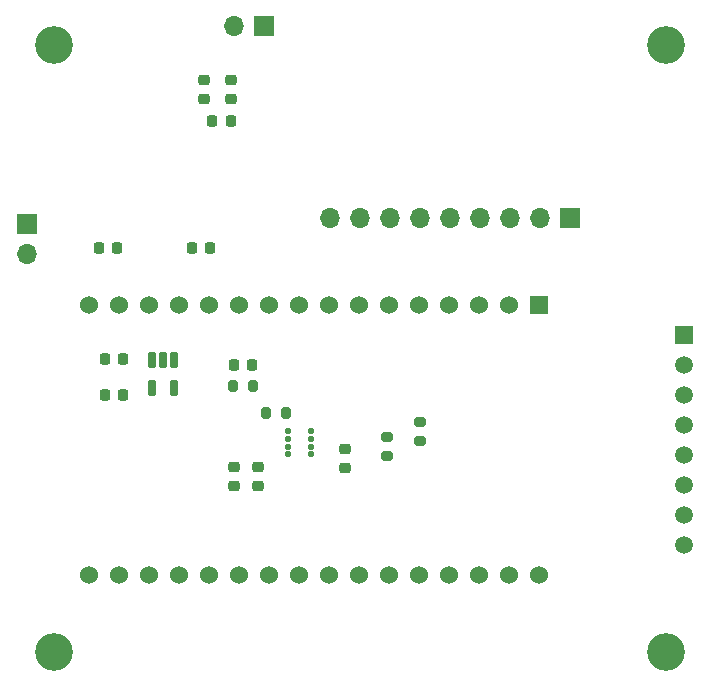
<source format=gbr>
%TF.GenerationSoftware,KiCad,Pcbnew,9.0.0*%
%TF.CreationDate,2025-11-19T13:49:17-06:00*%
%TF.ProjectId,FiltSure Prototype Three,46696c74-5375-4726-9520-50726f746f74,rev?*%
%TF.SameCoordinates,Original*%
%TF.FileFunction,Soldermask,Bot*%
%TF.FilePolarity,Negative*%
%FSLAX46Y46*%
G04 Gerber Fmt 4.6, Leading zero omitted, Abs format (unit mm)*
G04 Created by KiCad (PCBNEW 9.0.0) date 2025-11-19 13:49:17*
%MOMM*%
%LPD*%
G01*
G04 APERTURE LIST*
G04 Aperture macros list*
%AMRoundRect*
0 Rectangle with rounded corners*
0 $1 Rounding radius*
0 $2 $3 $4 $5 $6 $7 $8 $9 X,Y pos of 4 corners*
0 Add a 4 corners polygon primitive as box body*
4,1,4,$2,$3,$4,$5,$6,$7,$8,$9,$2,$3,0*
0 Add four circle primitives for the rounded corners*
1,1,$1+$1,$2,$3*
1,1,$1+$1,$4,$5*
1,1,$1+$1,$6,$7*
1,1,$1+$1,$8,$9*
0 Add four rect primitives between the rounded corners*
20,1,$1+$1,$2,$3,$4,$5,0*
20,1,$1+$1,$4,$5,$6,$7,0*
20,1,$1+$1,$6,$7,$8,$9,0*
20,1,$1+$1,$8,$9,$2,$3,0*%
G04 Aperture macros list end*
%ADD10RoundRect,0.225000X0.225000X0.250000X-0.225000X0.250000X-0.225000X-0.250000X0.225000X-0.250000X0*%
%ADD11RoundRect,0.225000X-0.250000X0.225000X-0.250000X-0.225000X0.250000X-0.225000X0.250000X0.225000X0*%
%ADD12O,1.700000X1.700000*%
%ADD13R,1.700000X1.700000*%
%ADD14C,3.200000*%
%ADD15R,1.524000X1.524000*%
%ADD16C,1.524000*%
%ADD17RoundRect,0.225000X-0.225000X-0.250000X0.225000X-0.250000X0.225000X0.250000X-0.225000X0.250000X0*%
%ADD18RoundRect,0.056250X-0.188750X-0.168750X0.188750X-0.168750X0.188750X0.168750X-0.188750X0.168750X0*%
%ADD19RoundRect,0.225000X0.250000X-0.225000X0.250000X0.225000X-0.250000X0.225000X-0.250000X-0.225000X0*%
%ADD20RoundRect,0.200000X0.275000X-0.200000X0.275000X0.200000X-0.275000X0.200000X-0.275000X-0.200000X0*%
%ADD21RoundRect,0.200000X-0.200000X-0.275000X0.200000X-0.275000X0.200000X0.275000X-0.200000X0.275000X0*%
%ADD22R,1.508000X1.508000*%
%ADD23C,1.508000*%
%ADD24RoundRect,0.045000X-0.255000X0.630000X-0.255000X-0.630000X0.255000X-0.630000X0.255000X0.630000X0*%
G04 APERTURE END LIST*
D10*
%TO.C,R9*%
X111293600Y-74418200D03*
X112843600Y-74418200D03*
%TD*%
D11*
%TO.C,R8*%
X112877600Y-72551600D03*
X112877600Y-71001600D03*
%TD*%
%TO.C,C8*%
X110591600Y-72551600D03*
X110591600Y-71001600D03*
%TD*%
D12*
%TO.C,J2*%
X113131600Y-66442600D03*
D13*
X115671600Y-66442600D03*
%TD*%
D14*
%TO.C,H4*%
X149707600Y-119383800D03*
%TD*%
%TO.C,H1*%
X149707600Y-68000000D03*
%TD*%
D13*
%TO.C,J1*%
X95605600Y-83201600D03*
D12*
X95605600Y-85741600D03*
%TD*%
D14*
%TO.C,H3*%
X97891600Y-119383800D03*
%TD*%
%TO.C,H2*%
X97891600Y-68000000D03*
%TD*%
D15*
%TO.C,U6*%
X138980600Y-90064600D03*
D16*
X136440600Y-90064600D03*
X133900600Y-90064600D03*
X131360600Y-90064600D03*
X128820600Y-90064600D03*
X126280600Y-90064600D03*
X123740600Y-90064600D03*
X121200600Y-90064600D03*
X118660600Y-90064600D03*
X116120600Y-90064600D03*
X113580600Y-90064600D03*
X111040600Y-90064600D03*
X108500600Y-90064600D03*
X105960600Y-90064600D03*
X103420600Y-90064600D03*
X100880600Y-90064600D03*
X138980600Y-112924600D03*
X136440600Y-112924600D03*
X133900600Y-112924600D03*
X131360600Y-112924600D03*
X128820600Y-112924600D03*
X126280600Y-112924600D03*
X123740600Y-112924600D03*
X121200600Y-112924600D03*
X118660600Y-112924600D03*
X116120600Y-112924600D03*
X113580600Y-112924600D03*
X111040600Y-112924600D03*
X108500600Y-112924600D03*
X105960600Y-112924600D03*
X103420600Y-112924600D03*
X100880600Y-112924600D03*
%TD*%
D17*
%TO.C,R6*%
X101688600Y-85238600D03*
X103238600Y-85238600D03*
%TD*%
D18*
%TO.C,U4*%
X119643600Y-102682600D03*
X119643600Y-102032600D03*
X119643600Y-101382600D03*
X119643600Y-100732600D03*
X117703600Y-100732600D03*
X117703600Y-101382600D03*
X117703600Y-102032600D03*
X117703600Y-102682600D03*
%TD*%
D19*
%TO.C,R4*%
X122529600Y-103793600D03*
X122529600Y-102243600D03*
%TD*%
D20*
%TO.C,R12*%
X128879600Y-101557600D03*
X128879600Y-99907600D03*
%TD*%
D11*
%TO.C,R5*%
X115163600Y-103767600D03*
X115163600Y-105317600D03*
%TD*%
%TO.C,C4*%
X113131600Y-103767600D03*
X113131600Y-105317600D03*
%TD*%
D17*
%TO.C,Power*%
X113118600Y-95144600D03*
X114668600Y-95144600D03*
%TD*%
D21*
%TO.C,R3*%
X113068600Y-96922600D03*
X114718600Y-96922600D03*
%TD*%
D10*
%TO.C,C3*%
X103746600Y-97684600D03*
X102196600Y-97684600D03*
%TD*%
D20*
%TO.C,R11*%
X126085600Y-102827600D03*
X126085600Y-101177600D03*
%TD*%
D13*
%TO.C,U3*%
X141579600Y-82698600D03*
D12*
X139039600Y-82698600D03*
X136499600Y-82698600D03*
X133959600Y-82698600D03*
X131419600Y-82698600D03*
X128879600Y-82698600D03*
X126339600Y-82698600D03*
X123799600Y-82698600D03*
X121259600Y-82698600D03*
%TD*%
D22*
%TO.C,M1*%
X151231600Y-92604600D03*
D23*
X151231600Y-95144600D03*
X151231600Y-97684600D03*
X151231600Y-100224600D03*
X151231600Y-102764600D03*
X151231600Y-105304600D03*
X151231600Y-107844600D03*
X151231600Y-110384600D03*
%TD*%
D17*
%TO.C,R7*%
X109562600Y-85238600D03*
X111112600Y-85238600D03*
%TD*%
D21*
%TO.C,R10*%
X115862600Y-99208600D03*
X117512600Y-99208600D03*
%TD*%
D24*
%TO.C,U2*%
X106151600Y-94721600D03*
X107101600Y-94721600D03*
X108051600Y-94721600D03*
X108051600Y-97091600D03*
X106151600Y-97091600D03*
%TD*%
D10*
%TO.C,C1*%
X103746600Y-94636600D03*
X102196600Y-94636600D03*
%TD*%
M02*

</source>
